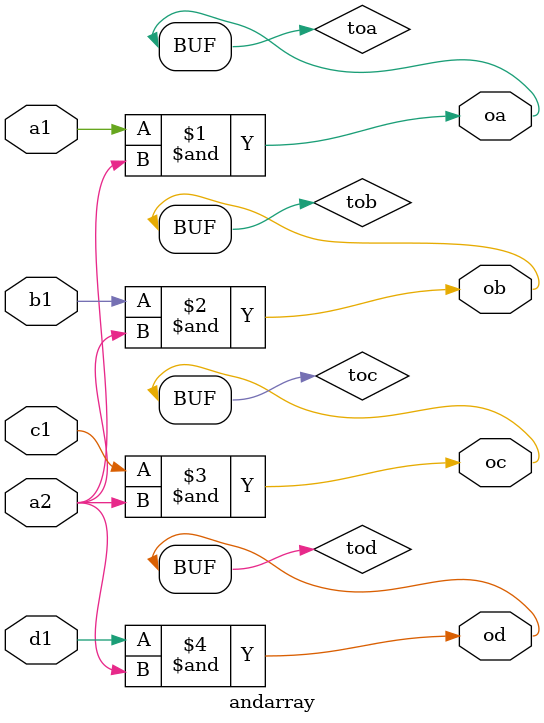
<source format=v>
`timescale 1ns / 1ps
module arpasmxm2(
    input sig,
    input inc,
    output out00,
    output out01,
    output out10,
    output out11
    );
	 wire bit1;
	 wire bit2;
	 bincount2 bincounter (inc,bit1,bit2);
	 wire a;
	 wire b;
	 wire c;
	 wire d;
	 bit2mux arpas_2mux (bit1,bit2,a,b,c,d);
	 wire reswhena;
	 wire reswhenb;
	 wire reswhenc;
	 wire reswhend;
	 andarray res_andarray (a,b,c,d,sig,reswhena,reswhenb,reswhenc,reswhend);
	 assign out00 = reswhena;
	 assign out01 = reswhenb;
	 assign out10 = reswhenc;
	 assign out11 = reswhend;

endmodule

module srl(
    input s, 
    input r, 
    output q
    );
    wire qt;
    wire qnt;
	 wire inrace;
	 wire atqnt;
	 assign inrace = qt&qnt;
	 assign atqnt = r|inrace;
    assign qnt = ~(atqnt&qt);
    assign qt = ~(s&qnt);
    assign q = qt;
	 
endmodule

module rdff(
    input d, 
    input c, 
    output q
    );
	 wire ca;
	 wire tdb;
	 wire cb;
	 wire trdffq;
	 wire invclk;
	 assign invclk = ~c;
	 assign ca = invclk;
	 assign cb = ~invclk;
	 dff rdffdff1 (d,ca,tdb);
	 dff rdffdff2 (tdb,cb,trdffq);
	 assign q = trdffq;
	 
endmodule

module dff(
	 input d,
	 input c,
	 output q
	 );
	 wire srl1;
	 wire srl2;
	 wire tq;
	 assign srl1 = (d&c);
	 assign srl2 = ((~d)&c);
	 srl dffsrl (srl1,srl2,tq);
	 assign q = tq;
	 
endmodule

module tff(
	 input t,
	 output q
	 );
	 wire rev;
	 wire toq;
	 rdff trdff (rev,t,toq);
	 assign rev = ~toq;
	 assign q = toq;
	 
endmodule

module bincount2(
	 input inc,
	 output bit1,
	 output bit2
	 );
	 wire w12;
	 wire w2o;
	 tff bctff1 (inc,w12);
	 tff bctff2 (w12,w2o);
	 assign bit1 = w12;
	 assign bit2 = w2o;
	 
endmodule

module bit2mux (
	 input bit1,
	 input bit2,
	 output a,
	 output b,
	 output c,
	 output d
	 );
	 wire isa;
	 wire isb;
	 wire isc;
	 wire isd;
	 assign isa = (~bit1)&(~bit2);
	 assign isb = (bit1)&(~bit2);
	 assign isc = (~bit1)&(bit2);
	 assign isd = (bit1)&(bit2);
	 assign a = isa;
	 assign b = isb;
	 assign c = isc;
	 assign d = isd;

endmodule

module andarray(
	 input a1,
	 input b1,
	 input c1,
	 input d1,
	 input a2,
	 output oa,
	 output ob,
	 output oc,
	 output od
	 );
	 wire toa;
	 wire tob;
	 wire toc;
	 wire tod;
	 assign toa = a1&a2;
	 assign tob = b1&a2;
	 assign toc = c1&a2;
	 assign tod = d1&a2;
	 assign oa = toa;
	 assign ob = tob;
	 assign oc = toc;
	 assign od =tod;

endmodule

</source>
